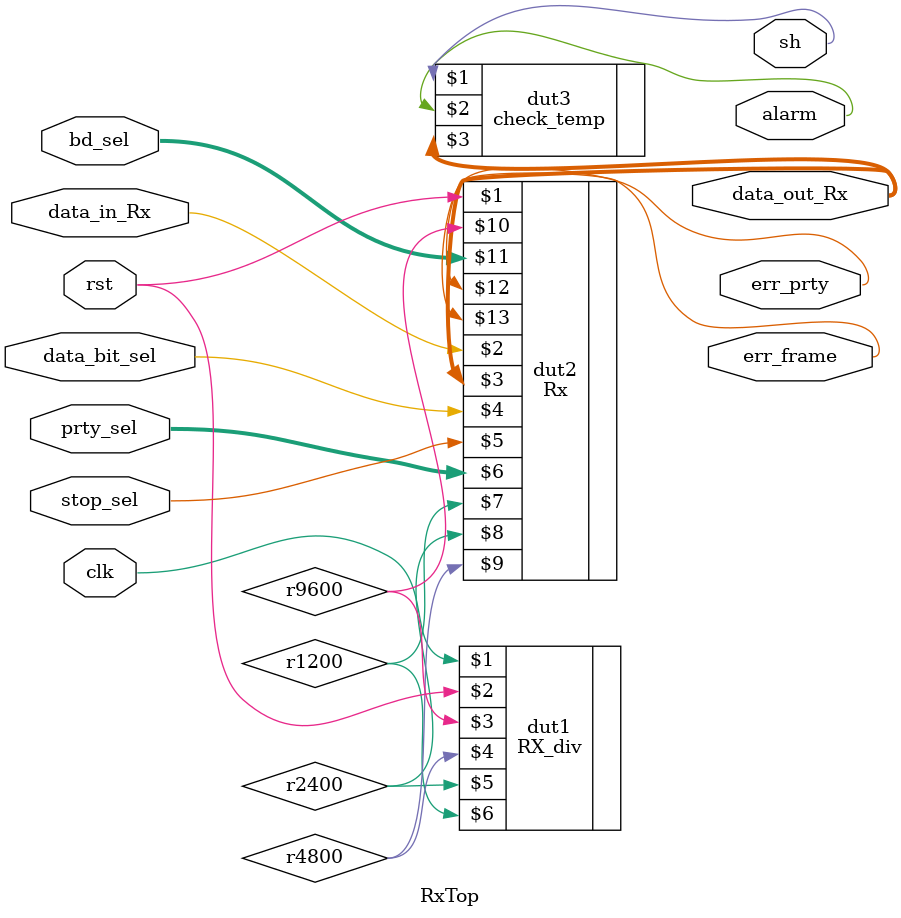
<source format=v>
`timescale 1ns / 1ps

module RxTop(clk,rst, bd_sel, prty_sel, stop_sel, data_bit_sel, data_in_Rx, data_out_Rx, err_prty, err_frame, sh, alarm);
//////////////////////////////////////////////////////////////////////////////////////////////////////// in / out declarations
input            clk;
input            rst;
//selectors
input [1:0]      bd_sel, 
                 prty_sel;
input            stop_sel, 
                 data_bit_sel;
//seial data in
input            data_in_Rx; 

// parallel data out
output  [7:0] data_out_Rx;
//flags
output        err_prty, 
                 err_frame,
                 sh,
                 alarm;

//////////////////////////////////////////////////////////////////////////////////////////////////////// wires
//baud rates
wire  r1200, r2400, r4800, r9600;

//////////////////////////////////////////////////////////////////////////////////////////////////////// freq. divider inst.
RX_div dut1(
    clk,rst,

    r9600,      //9600 baud rate
    r4800,     //2400 baud rate
    r2400,    //4800 baud rate
    r1200    //1200 baud rate
);

//////////////////////////////////////////////////////////////////////////////////////////////////////// Rx inst. 
Rx dut2 (rst, data_in_Rx, data_out_Rx, data_bit_sel, stop_sel, prty_sel, r1200, r2400, r4800, r9600, bd_sel, err_prty, err_frame);

//////////////////////////////////////////////////////////////////////////////////////////////////////// error-check unit inst.
check_temp dut3 (sh, alarm, data_out_Rx); 

endmodule

</source>
